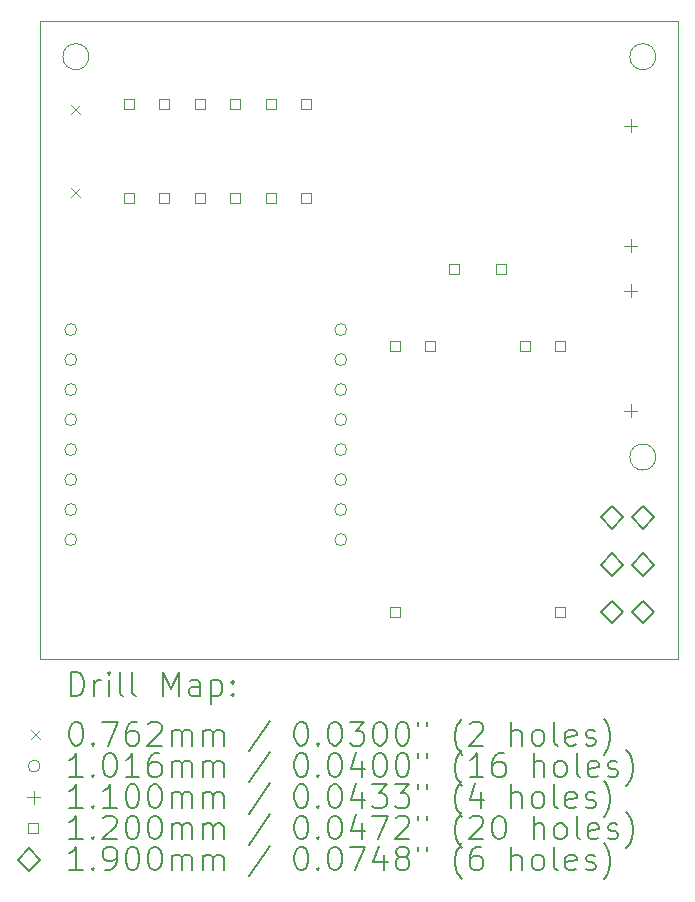
<source format=gbr>
%FSLAX45Y45*%
G04 Gerber Fmt 4.5, Leading zero omitted, Abs format (unit mm)*
G04 Created by KiCad (PCBNEW (6.0.0)) date 2022-01-19 17:05:03*
%MOMM*%
%LPD*%
G01*
G04 APERTURE LIST*
%TA.AperFunction,Profile*%
%ADD10C,0.050000*%
%TD*%
%ADD11C,0.200000*%
%ADD12C,0.076200*%
%ADD13C,0.101600*%
%ADD14C,0.110000*%
%ADD15C,0.120000*%
%ADD16C,0.190000*%
G04 APERTURE END LIST*
D10*
X18610000Y-13190000D02*
G75*
G03*
X18610000Y-13190000I-110000J0D01*
G01*
X13810000Y-9800000D02*
G75*
G03*
X13810000Y-9800000I-110000J0D01*
G01*
X18610000Y-9800000D02*
G75*
G03*
X18610000Y-9800000I-110000J0D01*
G01*
X18800000Y-9500000D02*
X18800000Y-14900000D01*
X13400000Y-9500000D02*
X18800000Y-9500000D01*
X13400000Y-14900000D02*
X13400000Y-9500000D01*
X18800000Y-14900000D02*
X13400000Y-14900000D01*
D11*
D12*
X13661900Y-10211900D02*
X13738100Y-10288100D01*
X13738100Y-10211900D02*
X13661900Y-10288100D01*
X13661900Y-10911900D02*
X13738100Y-10988100D01*
X13738100Y-10911900D02*
X13661900Y-10988100D01*
D13*
X13707800Y-12111000D02*
G75*
G03*
X13707800Y-12111000I-50800J0D01*
G01*
X13707800Y-12365000D02*
G75*
G03*
X13707800Y-12365000I-50800J0D01*
G01*
X13707800Y-12619000D02*
G75*
G03*
X13707800Y-12619000I-50800J0D01*
G01*
X13707800Y-12873000D02*
G75*
G03*
X13707800Y-12873000I-50800J0D01*
G01*
X13707800Y-13127000D02*
G75*
G03*
X13707800Y-13127000I-50800J0D01*
G01*
X13707800Y-13381000D02*
G75*
G03*
X13707800Y-13381000I-50800J0D01*
G01*
X13707800Y-13635000D02*
G75*
G03*
X13707800Y-13635000I-50800J0D01*
G01*
X13707800Y-13889000D02*
G75*
G03*
X13707800Y-13889000I-50800J0D01*
G01*
X15993800Y-12111000D02*
G75*
G03*
X15993800Y-12111000I-50800J0D01*
G01*
X15993800Y-12365000D02*
G75*
G03*
X15993800Y-12365000I-50800J0D01*
G01*
X15993800Y-12619000D02*
G75*
G03*
X15993800Y-12619000I-50800J0D01*
G01*
X15993800Y-12873000D02*
G75*
G03*
X15993800Y-12873000I-50800J0D01*
G01*
X15993800Y-13127000D02*
G75*
G03*
X15993800Y-13127000I-50800J0D01*
G01*
X15993800Y-13381000D02*
G75*
G03*
X15993800Y-13381000I-50800J0D01*
G01*
X15993800Y-13635000D02*
G75*
G03*
X15993800Y-13635000I-50800J0D01*
G01*
X15993800Y-13889000D02*
G75*
G03*
X15993800Y-13889000I-50800J0D01*
G01*
D14*
X18400000Y-10329000D02*
X18400000Y-10439000D01*
X18345000Y-10384000D02*
X18455000Y-10384000D01*
X18400000Y-11345000D02*
X18400000Y-11455000D01*
X18345000Y-11400000D02*
X18455000Y-11400000D01*
X18400000Y-11729000D02*
X18400000Y-11839000D01*
X18345000Y-11784000D02*
X18455000Y-11784000D01*
X18400000Y-12745000D02*
X18400000Y-12855000D01*
X18345000Y-12800000D02*
X18455000Y-12800000D01*
D15*
X14192427Y-10242427D02*
X14192427Y-10157573D01*
X14107573Y-10157573D01*
X14107573Y-10242427D01*
X14192427Y-10242427D01*
X14192427Y-11042427D02*
X14192427Y-10957573D01*
X14107573Y-10957573D01*
X14107573Y-11042427D01*
X14192427Y-11042427D01*
X14492427Y-10242427D02*
X14492427Y-10157573D01*
X14407573Y-10157573D01*
X14407573Y-10242427D01*
X14492427Y-10242427D01*
X14492427Y-11042427D02*
X14492427Y-10957573D01*
X14407573Y-10957573D01*
X14407573Y-11042427D01*
X14492427Y-11042427D01*
X14792427Y-10242427D02*
X14792427Y-10157573D01*
X14707573Y-10157573D01*
X14707573Y-10242427D01*
X14792427Y-10242427D01*
X14792427Y-11042427D02*
X14792427Y-10957573D01*
X14707573Y-10957573D01*
X14707573Y-11042427D01*
X14792427Y-11042427D01*
X15092427Y-10242427D02*
X15092427Y-10157573D01*
X15007573Y-10157573D01*
X15007573Y-10242427D01*
X15092427Y-10242427D01*
X15092427Y-11042427D02*
X15092427Y-10957573D01*
X15007573Y-10957573D01*
X15007573Y-11042427D01*
X15092427Y-11042427D01*
X15392427Y-10242427D02*
X15392427Y-10157573D01*
X15307573Y-10157573D01*
X15307573Y-10242427D01*
X15392427Y-10242427D01*
X15392427Y-11042427D02*
X15392427Y-10957573D01*
X15307573Y-10957573D01*
X15307573Y-11042427D01*
X15392427Y-11042427D01*
X15692427Y-10242427D02*
X15692427Y-10157573D01*
X15607573Y-10157573D01*
X15607573Y-10242427D01*
X15692427Y-10242427D01*
X15692427Y-11042427D02*
X15692427Y-10957573D01*
X15607573Y-10957573D01*
X15607573Y-11042427D01*
X15692427Y-11042427D01*
X16442427Y-12292427D02*
X16442427Y-12207573D01*
X16357573Y-12207573D01*
X16357573Y-12292427D01*
X16442427Y-12292427D01*
X16442427Y-14542427D02*
X16442427Y-14457573D01*
X16357573Y-14457573D01*
X16357573Y-14542427D01*
X16442427Y-14542427D01*
X16742427Y-12292427D02*
X16742427Y-12207573D01*
X16657573Y-12207573D01*
X16657573Y-12292427D01*
X16742427Y-12292427D01*
X16942427Y-11642427D02*
X16942427Y-11557573D01*
X16857573Y-11557573D01*
X16857573Y-11642427D01*
X16942427Y-11642427D01*
X17342427Y-11642427D02*
X17342427Y-11557573D01*
X17257573Y-11557573D01*
X17257573Y-11642427D01*
X17342427Y-11642427D01*
X17542427Y-12292427D02*
X17542427Y-12207573D01*
X17457573Y-12207573D01*
X17457573Y-12292427D01*
X17542427Y-12292427D01*
X17842427Y-12292427D02*
X17842427Y-12207573D01*
X17757573Y-12207573D01*
X17757573Y-12292427D01*
X17842427Y-12292427D01*
X17842427Y-14542427D02*
X17842427Y-14457573D01*
X17757573Y-14457573D01*
X17757573Y-14542427D01*
X17842427Y-14542427D01*
D16*
X18240000Y-13795000D02*
X18335000Y-13700000D01*
X18240000Y-13605000D01*
X18145000Y-13700000D01*
X18240000Y-13795000D01*
X18240000Y-14195000D02*
X18335000Y-14100000D01*
X18240000Y-14005000D01*
X18145000Y-14100000D01*
X18240000Y-14195000D01*
X18240000Y-14595000D02*
X18335000Y-14500000D01*
X18240000Y-14405000D01*
X18145000Y-14500000D01*
X18240000Y-14595000D01*
X18500000Y-13795000D02*
X18595000Y-13700000D01*
X18500000Y-13605000D01*
X18405000Y-13700000D01*
X18500000Y-13795000D01*
X18500000Y-14195000D02*
X18595000Y-14100000D01*
X18500000Y-14005000D01*
X18405000Y-14100000D01*
X18500000Y-14195000D01*
X18500000Y-14595000D02*
X18595000Y-14500000D01*
X18500000Y-14405000D01*
X18405000Y-14500000D01*
X18500000Y-14595000D01*
D11*
X13655119Y-15212976D02*
X13655119Y-15012976D01*
X13702738Y-15012976D01*
X13731309Y-15022500D01*
X13750357Y-15041548D01*
X13759881Y-15060595D01*
X13769405Y-15098690D01*
X13769405Y-15127262D01*
X13759881Y-15165357D01*
X13750357Y-15184405D01*
X13731309Y-15203452D01*
X13702738Y-15212976D01*
X13655119Y-15212976D01*
X13855119Y-15212976D02*
X13855119Y-15079643D01*
X13855119Y-15117738D02*
X13864643Y-15098690D01*
X13874167Y-15089167D01*
X13893214Y-15079643D01*
X13912262Y-15079643D01*
X13978928Y-15212976D02*
X13978928Y-15079643D01*
X13978928Y-15012976D02*
X13969405Y-15022500D01*
X13978928Y-15032024D01*
X13988452Y-15022500D01*
X13978928Y-15012976D01*
X13978928Y-15032024D01*
X14102738Y-15212976D02*
X14083690Y-15203452D01*
X14074167Y-15184405D01*
X14074167Y-15012976D01*
X14207500Y-15212976D02*
X14188452Y-15203452D01*
X14178928Y-15184405D01*
X14178928Y-15012976D01*
X14436071Y-15212976D02*
X14436071Y-15012976D01*
X14502738Y-15155833D01*
X14569405Y-15012976D01*
X14569405Y-15212976D01*
X14750357Y-15212976D02*
X14750357Y-15108214D01*
X14740833Y-15089167D01*
X14721786Y-15079643D01*
X14683690Y-15079643D01*
X14664643Y-15089167D01*
X14750357Y-15203452D02*
X14731309Y-15212976D01*
X14683690Y-15212976D01*
X14664643Y-15203452D01*
X14655119Y-15184405D01*
X14655119Y-15165357D01*
X14664643Y-15146309D01*
X14683690Y-15136786D01*
X14731309Y-15136786D01*
X14750357Y-15127262D01*
X14845595Y-15079643D02*
X14845595Y-15279643D01*
X14845595Y-15089167D02*
X14864643Y-15079643D01*
X14902738Y-15079643D01*
X14921786Y-15089167D01*
X14931309Y-15098690D01*
X14940833Y-15117738D01*
X14940833Y-15174881D01*
X14931309Y-15193928D01*
X14921786Y-15203452D01*
X14902738Y-15212976D01*
X14864643Y-15212976D01*
X14845595Y-15203452D01*
X15026548Y-15193928D02*
X15036071Y-15203452D01*
X15026548Y-15212976D01*
X15017024Y-15203452D01*
X15026548Y-15193928D01*
X15026548Y-15212976D01*
X15026548Y-15089167D02*
X15036071Y-15098690D01*
X15026548Y-15108214D01*
X15017024Y-15098690D01*
X15026548Y-15089167D01*
X15026548Y-15108214D01*
D12*
X13321300Y-15504400D02*
X13397500Y-15580600D01*
X13397500Y-15504400D02*
X13321300Y-15580600D01*
D11*
X13693214Y-15432976D02*
X13712262Y-15432976D01*
X13731309Y-15442500D01*
X13740833Y-15452024D01*
X13750357Y-15471071D01*
X13759881Y-15509167D01*
X13759881Y-15556786D01*
X13750357Y-15594881D01*
X13740833Y-15613928D01*
X13731309Y-15623452D01*
X13712262Y-15632976D01*
X13693214Y-15632976D01*
X13674167Y-15623452D01*
X13664643Y-15613928D01*
X13655119Y-15594881D01*
X13645595Y-15556786D01*
X13645595Y-15509167D01*
X13655119Y-15471071D01*
X13664643Y-15452024D01*
X13674167Y-15442500D01*
X13693214Y-15432976D01*
X13845595Y-15613928D02*
X13855119Y-15623452D01*
X13845595Y-15632976D01*
X13836071Y-15623452D01*
X13845595Y-15613928D01*
X13845595Y-15632976D01*
X13921786Y-15432976D02*
X14055119Y-15432976D01*
X13969405Y-15632976D01*
X14217024Y-15432976D02*
X14178928Y-15432976D01*
X14159881Y-15442500D01*
X14150357Y-15452024D01*
X14131309Y-15480595D01*
X14121786Y-15518690D01*
X14121786Y-15594881D01*
X14131309Y-15613928D01*
X14140833Y-15623452D01*
X14159881Y-15632976D01*
X14197976Y-15632976D01*
X14217024Y-15623452D01*
X14226548Y-15613928D01*
X14236071Y-15594881D01*
X14236071Y-15547262D01*
X14226548Y-15528214D01*
X14217024Y-15518690D01*
X14197976Y-15509167D01*
X14159881Y-15509167D01*
X14140833Y-15518690D01*
X14131309Y-15528214D01*
X14121786Y-15547262D01*
X14312262Y-15452024D02*
X14321786Y-15442500D01*
X14340833Y-15432976D01*
X14388452Y-15432976D01*
X14407500Y-15442500D01*
X14417024Y-15452024D01*
X14426548Y-15471071D01*
X14426548Y-15490119D01*
X14417024Y-15518690D01*
X14302738Y-15632976D01*
X14426548Y-15632976D01*
X14512262Y-15632976D02*
X14512262Y-15499643D01*
X14512262Y-15518690D02*
X14521786Y-15509167D01*
X14540833Y-15499643D01*
X14569405Y-15499643D01*
X14588452Y-15509167D01*
X14597976Y-15528214D01*
X14597976Y-15632976D01*
X14597976Y-15528214D02*
X14607500Y-15509167D01*
X14626548Y-15499643D01*
X14655119Y-15499643D01*
X14674167Y-15509167D01*
X14683690Y-15528214D01*
X14683690Y-15632976D01*
X14778928Y-15632976D02*
X14778928Y-15499643D01*
X14778928Y-15518690D02*
X14788452Y-15509167D01*
X14807500Y-15499643D01*
X14836071Y-15499643D01*
X14855119Y-15509167D01*
X14864643Y-15528214D01*
X14864643Y-15632976D01*
X14864643Y-15528214D02*
X14874167Y-15509167D01*
X14893214Y-15499643D01*
X14921786Y-15499643D01*
X14940833Y-15509167D01*
X14950357Y-15528214D01*
X14950357Y-15632976D01*
X15340833Y-15423452D02*
X15169405Y-15680595D01*
X15597976Y-15432976D02*
X15617024Y-15432976D01*
X15636071Y-15442500D01*
X15645595Y-15452024D01*
X15655119Y-15471071D01*
X15664643Y-15509167D01*
X15664643Y-15556786D01*
X15655119Y-15594881D01*
X15645595Y-15613928D01*
X15636071Y-15623452D01*
X15617024Y-15632976D01*
X15597976Y-15632976D01*
X15578928Y-15623452D01*
X15569405Y-15613928D01*
X15559881Y-15594881D01*
X15550357Y-15556786D01*
X15550357Y-15509167D01*
X15559881Y-15471071D01*
X15569405Y-15452024D01*
X15578928Y-15442500D01*
X15597976Y-15432976D01*
X15750357Y-15613928D02*
X15759881Y-15623452D01*
X15750357Y-15632976D01*
X15740833Y-15623452D01*
X15750357Y-15613928D01*
X15750357Y-15632976D01*
X15883690Y-15432976D02*
X15902738Y-15432976D01*
X15921786Y-15442500D01*
X15931309Y-15452024D01*
X15940833Y-15471071D01*
X15950357Y-15509167D01*
X15950357Y-15556786D01*
X15940833Y-15594881D01*
X15931309Y-15613928D01*
X15921786Y-15623452D01*
X15902738Y-15632976D01*
X15883690Y-15632976D01*
X15864643Y-15623452D01*
X15855119Y-15613928D01*
X15845595Y-15594881D01*
X15836071Y-15556786D01*
X15836071Y-15509167D01*
X15845595Y-15471071D01*
X15855119Y-15452024D01*
X15864643Y-15442500D01*
X15883690Y-15432976D01*
X16017024Y-15432976D02*
X16140833Y-15432976D01*
X16074167Y-15509167D01*
X16102738Y-15509167D01*
X16121786Y-15518690D01*
X16131309Y-15528214D01*
X16140833Y-15547262D01*
X16140833Y-15594881D01*
X16131309Y-15613928D01*
X16121786Y-15623452D01*
X16102738Y-15632976D01*
X16045595Y-15632976D01*
X16026548Y-15623452D01*
X16017024Y-15613928D01*
X16264643Y-15432976D02*
X16283690Y-15432976D01*
X16302738Y-15442500D01*
X16312262Y-15452024D01*
X16321786Y-15471071D01*
X16331309Y-15509167D01*
X16331309Y-15556786D01*
X16321786Y-15594881D01*
X16312262Y-15613928D01*
X16302738Y-15623452D01*
X16283690Y-15632976D01*
X16264643Y-15632976D01*
X16245595Y-15623452D01*
X16236071Y-15613928D01*
X16226548Y-15594881D01*
X16217024Y-15556786D01*
X16217024Y-15509167D01*
X16226548Y-15471071D01*
X16236071Y-15452024D01*
X16245595Y-15442500D01*
X16264643Y-15432976D01*
X16455119Y-15432976D02*
X16474167Y-15432976D01*
X16493214Y-15442500D01*
X16502738Y-15452024D01*
X16512262Y-15471071D01*
X16521786Y-15509167D01*
X16521786Y-15556786D01*
X16512262Y-15594881D01*
X16502738Y-15613928D01*
X16493214Y-15623452D01*
X16474167Y-15632976D01*
X16455119Y-15632976D01*
X16436071Y-15623452D01*
X16426548Y-15613928D01*
X16417024Y-15594881D01*
X16407500Y-15556786D01*
X16407500Y-15509167D01*
X16417024Y-15471071D01*
X16426548Y-15452024D01*
X16436071Y-15442500D01*
X16455119Y-15432976D01*
X16597976Y-15432976D02*
X16597976Y-15471071D01*
X16674167Y-15432976D02*
X16674167Y-15471071D01*
X16969405Y-15709167D02*
X16959881Y-15699643D01*
X16940833Y-15671071D01*
X16931310Y-15652024D01*
X16921786Y-15623452D01*
X16912262Y-15575833D01*
X16912262Y-15537738D01*
X16921786Y-15490119D01*
X16931310Y-15461548D01*
X16940833Y-15442500D01*
X16959881Y-15413928D01*
X16969405Y-15404405D01*
X17036071Y-15452024D02*
X17045595Y-15442500D01*
X17064643Y-15432976D01*
X17112262Y-15432976D01*
X17131310Y-15442500D01*
X17140833Y-15452024D01*
X17150357Y-15471071D01*
X17150357Y-15490119D01*
X17140833Y-15518690D01*
X17026548Y-15632976D01*
X17150357Y-15632976D01*
X17388452Y-15632976D02*
X17388452Y-15432976D01*
X17474167Y-15632976D02*
X17474167Y-15528214D01*
X17464643Y-15509167D01*
X17445595Y-15499643D01*
X17417024Y-15499643D01*
X17397976Y-15509167D01*
X17388452Y-15518690D01*
X17597976Y-15632976D02*
X17578929Y-15623452D01*
X17569405Y-15613928D01*
X17559881Y-15594881D01*
X17559881Y-15537738D01*
X17569405Y-15518690D01*
X17578929Y-15509167D01*
X17597976Y-15499643D01*
X17626548Y-15499643D01*
X17645595Y-15509167D01*
X17655119Y-15518690D01*
X17664643Y-15537738D01*
X17664643Y-15594881D01*
X17655119Y-15613928D01*
X17645595Y-15623452D01*
X17626548Y-15632976D01*
X17597976Y-15632976D01*
X17778929Y-15632976D02*
X17759881Y-15623452D01*
X17750357Y-15604405D01*
X17750357Y-15432976D01*
X17931310Y-15623452D02*
X17912262Y-15632976D01*
X17874167Y-15632976D01*
X17855119Y-15623452D01*
X17845595Y-15604405D01*
X17845595Y-15528214D01*
X17855119Y-15509167D01*
X17874167Y-15499643D01*
X17912262Y-15499643D01*
X17931310Y-15509167D01*
X17940833Y-15528214D01*
X17940833Y-15547262D01*
X17845595Y-15566309D01*
X18017024Y-15623452D02*
X18036071Y-15632976D01*
X18074167Y-15632976D01*
X18093214Y-15623452D01*
X18102738Y-15604405D01*
X18102738Y-15594881D01*
X18093214Y-15575833D01*
X18074167Y-15566309D01*
X18045595Y-15566309D01*
X18026548Y-15556786D01*
X18017024Y-15537738D01*
X18017024Y-15528214D01*
X18026548Y-15509167D01*
X18045595Y-15499643D01*
X18074167Y-15499643D01*
X18093214Y-15509167D01*
X18169405Y-15709167D02*
X18178929Y-15699643D01*
X18197976Y-15671071D01*
X18207500Y-15652024D01*
X18217024Y-15623452D01*
X18226548Y-15575833D01*
X18226548Y-15537738D01*
X18217024Y-15490119D01*
X18207500Y-15461548D01*
X18197976Y-15442500D01*
X18178929Y-15413928D01*
X18169405Y-15404405D01*
D13*
X13397500Y-15806500D02*
G75*
G03*
X13397500Y-15806500I-50800J0D01*
G01*
D11*
X13759881Y-15896976D02*
X13645595Y-15896976D01*
X13702738Y-15896976D02*
X13702738Y-15696976D01*
X13683690Y-15725548D01*
X13664643Y-15744595D01*
X13645595Y-15754119D01*
X13845595Y-15877928D02*
X13855119Y-15887452D01*
X13845595Y-15896976D01*
X13836071Y-15887452D01*
X13845595Y-15877928D01*
X13845595Y-15896976D01*
X13978928Y-15696976D02*
X13997976Y-15696976D01*
X14017024Y-15706500D01*
X14026548Y-15716024D01*
X14036071Y-15735071D01*
X14045595Y-15773167D01*
X14045595Y-15820786D01*
X14036071Y-15858881D01*
X14026548Y-15877928D01*
X14017024Y-15887452D01*
X13997976Y-15896976D01*
X13978928Y-15896976D01*
X13959881Y-15887452D01*
X13950357Y-15877928D01*
X13940833Y-15858881D01*
X13931309Y-15820786D01*
X13931309Y-15773167D01*
X13940833Y-15735071D01*
X13950357Y-15716024D01*
X13959881Y-15706500D01*
X13978928Y-15696976D01*
X14236071Y-15896976D02*
X14121786Y-15896976D01*
X14178928Y-15896976D02*
X14178928Y-15696976D01*
X14159881Y-15725548D01*
X14140833Y-15744595D01*
X14121786Y-15754119D01*
X14407500Y-15696976D02*
X14369405Y-15696976D01*
X14350357Y-15706500D01*
X14340833Y-15716024D01*
X14321786Y-15744595D01*
X14312262Y-15782690D01*
X14312262Y-15858881D01*
X14321786Y-15877928D01*
X14331309Y-15887452D01*
X14350357Y-15896976D01*
X14388452Y-15896976D01*
X14407500Y-15887452D01*
X14417024Y-15877928D01*
X14426548Y-15858881D01*
X14426548Y-15811262D01*
X14417024Y-15792214D01*
X14407500Y-15782690D01*
X14388452Y-15773167D01*
X14350357Y-15773167D01*
X14331309Y-15782690D01*
X14321786Y-15792214D01*
X14312262Y-15811262D01*
X14512262Y-15896976D02*
X14512262Y-15763643D01*
X14512262Y-15782690D02*
X14521786Y-15773167D01*
X14540833Y-15763643D01*
X14569405Y-15763643D01*
X14588452Y-15773167D01*
X14597976Y-15792214D01*
X14597976Y-15896976D01*
X14597976Y-15792214D02*
X14607500Y-15773167D01*
X14626548Y-15763643D01*
X14655119Y-15763643D01*
X14674167Y-15773167D01*
X14683690Y-15792214D01*
X14683690Y-15896976D01*
X14778928Y-15896976D02*
X14778928Y-15763643D01*
X14778928Y-15782690D02*
X14788452Y-15773167D01*
X14807500Y-15763643D01*
X14836071Y-15763643D01*
X14855119Y-15773167D01*
X14864643Y-15792214D01*
X14864643Y-15896976D01*
X14864643Y-15792214D02*
X14874167Y-15773167D01*
X14893214Y-15763643D01*
X14921786Y-15763643D01*
X14940833Y-15773167D01*
X14950357Y-15792214D01*
X14950357Y-15896976D01*
X15340833Y-15687452D02*
X15169405Y-15944595D01*
X15597976Y-15696976D02*
X15617024Y-15696976D01*
X15636071Y-15706500D01*
X15645595Y-15716024D01*
X15655119Y-15735071D01*
X15664643Y-15773167D01*
X15664643Y-15820786D01*
X15655119Y-15858881D01*
X15645595Y-15877928D01*
X15636071Y-15887452D01*
X15617024Y-15896976D01*
X15597976Y-15896976D01*
X15578928Y-15887452D01*
X15569405Y-15877928D01*
X15559881Y-15858881D01*
X15550357Y-15820786D01*
X15550357Y-15773167D01*
X15559881Y-15735071D01*
X15569405Y-15716024D01*
X15578928Y-15706500D01*
X15597976Y-15696976D01*
X15750357Y-15877928D02*
X15759881Y-15887452D01*
X15750357Y-15896976D01*
X15740833Y-15887452D01*
X15750357Y-15877928D01*
X15750357Y-15896976D01*
X15883690Y-15696976D02*
X15902738Y-15696976D01*
X15921786Y-15706500D01*
X15931309Y-15716024D01*
X15940833Y-15735071D01*
X15950357Y-15773167D01*
X15950357Y-15820786D01*
X15940833Y-15858881D01*
X15931309Y-15877928D01*
X15921786Y-15887452D01*
X15902738Y-15896976D01*
X15883690Y-15896976D01*
X15864643Y-15887452D01*
X15855119Y-15877928D01*
X15845595Y-15858881D01*
X15836071Y-15820786D01*
X15836071Y-15773167D01*
X15845595Y-15735071D01*
X15855119Y-15716024D01*
X15864643Y-15706500D01*
X15883690Y-15696976D01*
X16121786Y-15763643D02*
X16121786Y-15896976D01*
X16074167Y-15687452D02*
X16026548Y-15830309D01*
X16150357Y-15830309D01*
X16264643Y-15696976D02*
X16283690Y-15696976D01*
X16302738Y-15706500D01*
X16312262Y-15716024D01*
X16321786Y-15735071D01*
X16331309Y-15773167D01*
X16331309Y-15820786D01*
X16321786Y-15858881D01*
X16312262Y-15877928D01*
X16302738Y-15887452D01*
X16283690Y-15896976D01*
X16264643Y-15896976D01*
X16245595Y-15887452D01*
X16236071Y-15877928D01*
X16226548Y-15858881D01*
X16217024Y-15820786D01*
X16217024Y-15773167D01*
X16226548Y-15735071D01*
X16236071Y-15716024D01*
X16245595Y-15706500D01*
X16264643Y-15696976D01*
X16455119Y-15696976D02*
X16474167Y-15696976D01*
X16493214Y-15706500D01*
X16502738Y-15716024D01*
X16512262Y-15735071D01*
X16521786Y-15773167D01*
X16521786Y-15820786D01*
X16512262Y-15858881D01*
X16502738Y-15877928D01*
X16493214Y-15887452D01*
X16474167Y-15896976D01*
X16455119Y-15896976D01*
X16436071Y-15887452D01*
X16426548Y-15877928D01*
X16417024Y-15858881D01*
X16407500Y-15820786D01*
X16407500Y-15773167D01*
X16417024Y-15735071D01*
X16426548Y-15716024D01*
X16436071Y-15706500D01*
X16455119Y-15696976D01*
X16597976Y-15696976D02*
X16597976Y-15735071D01*
X16674167Y-15696976D02*
X16674167Y-15735071D01*
X16969405Y-15973167D02*
X16959881Y-15963643D01*
X16940833Y-15935071D01*
X16931310Y-15916024D01*
X16921786Y-15887452D01*
X16912262Y-15839833D01*
X16912262Y-15801738D01*
X16921786Y-15754119D01*
X16931310Y-15725548D01*
X16940833Y-15706500D01*
X16959881Y-15677928D01*
X16969405Y-15668405D01*
X17150357Y-15896976D02*
X17036071Y-15896976D01*
X17093214Y-15896976D02*
X17093214Y-15696976D01*
X17074167Y-15725548D01*
X17055119Y-15744595D01*
X17036071Y-15754119D01*
X17321786Y-15696976D02*
X17283690Y-15696976D01*
X17264643Y-15706500D01*
X17255119Y-15716024D01*
X17236071Y-15744595D01*
X17226548Y-15782690D01*
X17226548Y-15858881D01*
X17236071Y-15877928D01*
X17245595Y-15887452D01*
X17264643Y-15896976D01*
X17302738Y-15896976D01*
X17321786Y-15887452D01*
X17331310Y-15877928D01*
X17340833Y-15858881D01*
X17340833Y-15811262D01*
X17331310Y-15792214D01*
X17321786Y-15782690D01*
X17302738Y-15773167D01*
X17264643Y-15773167D01*
X17245595Y-15782690D01*
X17236071Y-15792214D01*
X17226548Y-15811262D01*
X17578929Y-15896976D02*
X17578929Y-15696976D01*
X17664643Y-15896976D02*
X17664643Y-15792214D01*
X17655119Y-15773167D01*
X17636071Y-15763643D01*
X17607500Y-15763643D01*
X17588452Y-15773167D01*
X17578929Y-15782690D01*
X17788452Y-15896976D02*
X17769405Y-15887452D01*
X17759881Y-15877928D01*
X17750357Y-15858881D01*
X17750357Y-15801738D01*
X17759881Y-15782690D01*
X17769405Y-15773167D01*
X17788452Y-15763643D01*
X17817024Y-15763643D01*
X17836071Y-15773167D01*
X17845595Y-15782690D01*
X17855119Y-15801738D01*
X17855119Y-15858881D01*
X17845595Y-15877928D01*
X17836071Y-15887452D01*
X17817024Y-15896976D01*
X17788452Y-15896976D01*
X17969405Y-15896976D02*
X17950357Y-15887452D01*
X17940833Y-15868405D01*
X17940833Y-15696976D01*
X18121786Y-15887452D02*
X18102738Y-15896976D01*
X18064643Y-15896976D01*
X18045595Y-15887452D01*
X18036071Y-15868405D01*
X18036071Y-15792214D01*
X18045595Y-15773167D01*
X18064643Y-15763643D01*
X18102738Y-15763643D01*
X18121786Y-15773167D01*
X18131310Y-15792214D01*
X18131310Y-15811262D01*
X18036071Y-15830309D01*
X18207500Y-15887452D02*
X18226548Y-15896976D01*
X18264643Y-15896976D01*
X18283690Y-15887452D01*
X18293214Y-15868405D01*
X18293214Y-15858881D01*
X18283690Y-15839833D01*
X18264643Y-15830309D01*
X18236071Y-15830309D01*
X18217024Y-15820786D01*
X18207500Y-15801738D01*
X18207500Y-15792214D01*
X18217024Y-15773167D01*
X18236071Y-15763643D01*
X18264643Y-15763643D01*
X18283690Y-15773167D01*
X18359881Y-15973167D02*
X18369405Y-15963643D01*
X18388452Y-15935071D01*
X18397976Y-15916024D01*
X18407500Y-15887452D01*
X18417024Y-15839833D01*
X18417024Y-15801738D01*
X18407500Y-15754119D01*
X18397976Y-15725548D01*
X18388452Y-15706500D01*
X18369405Y-15677928D01*
X18359881Y-15668405D01*
D14*
X13342500Y-16015500D02*
X13342500Y-16125500D01*
X13287500Y-16070500D02*
X13397500Y-16070500D01*
D11*
X13759881Y-16160976D02*
X13645595Y-16160976D01*
X13702738Y-16160976D02*
X13702738Y-15960976D01*
X13683690Y-15989548D01*
X13664643Y-16008595D01*
X13645595Y-16018119D01*
X13845595Y-16141928D02*
X13855119Y-16151452D01*
X13845595Y-16160976D01*
X13836071Y-16151452D01*
X13845595Y-16141928D01*
X13845595Y-16160976D01*
X14045595Y-16160976D02*
X13931309Y-16160976D01*
X13988452Y-16160976D02*
X13988452Y-15960976D01*
X13969405Y-15989548D01*
X13950357Y-16008595D01*
X13931309Y-16018119D01*
X14169405Y-15960976D02*
X14188452Y-15960976D01*
X14207500Y-15970500D01*
X14217024Y-15980024D01*
X14226548Y-15999071D01*
X14236071Y-16037167D01*
X14236071Y-16084786D01*
X14226548Y-16122881D01*
X14217024Y-16141928D01*
X14207500Y-16151452D01*
X14188452Y-16160976D01*
X14169405Y-16160976D01*
X14150357Y-16151452D01*
X14140833Y-16141928D01*
X14131309Y-16122881D01*
X14121786Y-16084786D01*
X14121786Y-16037167D01*
X14131309Y-15999071D01*
X14140833Y-15980024D01*
X14150357Y-15970500D01*
X14169405Y-15960976D01*
X14359881Y-15960976D02*
X14378928Y-15960976D01*
X14397976Y-15970500D01*
X14407500Y-15980024D01*
X14417024Y-15999071D01*
X14426548Y-16037167D01*
X14426548Y-16084786D01*
X14417024Y-16122881D01*
X14407500Y-16141928D01*
X14397976Y-16151452D01*
X14378928Y-16160976D01*
X14359881Y-16160976D01*
X14340833Y-16151452D01*
X14331309Y-16141928D01*
X14321786Y-16122881D01*
X14312262Y-16084786D01*
X14312262Y-16037167D01*
X14321786Y-15999071D01*
X14331309Y-15980024D01*
X14340833Y-15970500D01*
X14359881Y-15960976D01*
X14512262Y-16160976D02*
X14512262Y-16027643D01*
X14512262Y-16046690D02*
X14521786Y-16037167D01*
X14540833Y-16027643D01*
X14569405Y-16027643D01*
X14588452Y-16037167D01*
X14597976Y-16056214D01*
X14597976Y-16160976D01*
X14597976Y-16056214D02*
X14607500Y-16037167D01*
X14626548Y-16027643D01*
X14655119Y-16027643D01*
X14674167Y-16037167D01*
X14683690Y-16056214D01*
X14683690Y-16160976D01*
X14778928Y-16160976D02*
X14778928Y-16027643D01*
X14778928Y-16046690D02*
X14788452Y-16037167D01*
X14807500Y-16027643D01*
X14836071Y-16027643D01*
X14855119Y-16037167D01*
X14864643Y-16056214D01*
X14864643Y-16160976D01*
X14864643Y-16056214D02*
X14874167Y-16037167D01*
X14893214Y-16027643D01*
X14921786Y-16027643D01*
X14940833Y-16037167D01*
X14950357Y-16056214D01*
X14950357Y-16160976D01*
X15340833Y-15951452D02*
X15169405Y-16208595D01*
X15597976Y-15960976D02*
X15617024Y-15960976D01*
X15636071Y-15970500D01*
X15645595Y-15980024D01*
X15655119Y-15999071D01*
X15664643Y-16037167D01*
X15664643Y-16084786D01*
X15655119Y-16122881D01*
X15645595Y-16141928D01*
X15636071Y-16151452D01*
X15617024Y-16160976D01*
X15597976Y-16160976D01*
X15578928Y-16151452D01*
X15569405Y-16141928D01*
X15559881Y-16122881D01*
X15550357Y-16084786D01*
X15550357Y-16037167D01*
X15559881Y-15999071D01*
X15569405Y-15980024D01*
X15578928Y-15970500D01*
X15597976Y-15960976D01*
X15750357Y-16141928D02*
X15759881Y-16151452D01*
X15750357Y-16160976D01*
X15740833Y-16151452D01*
X15750357Y-16141928D01*
X15750357Y-16160976D01*
X15883690Y-15960976D02*
X15902738Y-15960976D01*
X15921786Y-15970500D01*
X15931309Y-15980024D01*
X15940833Y-15999071D01*
X15950357Y-16037167D01*
X15950357Y-16084786D01*
X15940833Y-16122881D01*
X15931309Y-16141928D01*
X15921786Y-16151452D01*
X15902738Y-16160976D01*
X15883690Y-16160976D01*
X15864643Y-16151452D01*
X15855119Y-16141928D01*
X15845595Y-16122881D01*
X15836071Y-16084786D01*
X15836071Y-16037167D01*
X15845595Y-15999071D01*
X15855119Y-15980024D01*
X15864643Y-15970500D01*
X15883690Y-15960976D01*
X16121786Y-16027643D02*
X16121786Y-16160976D01*
X16074167Y-15951452D02*
X16026548Y-16094309D01*
X16150357Y-16094309D01*
X16207500Y-15960976D02*
X16331309Y-15960976D01*
X16264643Y-16037167D01*
X16293214Y-16037167D01*
X16312262Y-16046690D01*
X16321786Y-16056214D01*
X16331309Y-16075262D01*
X16331309Y-16122881D01*
X16321786Y-16141928D01*
X16312262Y-16151452D01*
X16293214Y-16160976D01*
X16236071Y-16160976D01*
X16217024Y-16151452D01*
X16207500Y-16141928D01*
X16397976Y-15960976D02*
X16521786Y-15960976D01*
X16455119Y-16037167D01*
X16483690Y-16037167D01*
X16502738Y-16046690D01*
X16512262Y-16056214D01*
X16521786Y-16075262D01*
X16521786Y-16122881D01*
X16512262Y-16141928D01*
X16502738Y-16151452D01*
X16483690Y-16160976D01*
X16426548Y-16160976D01*
X16407500Y-16151452D01*
X16397976Y-16141928D01*
X16597976Y-15960976D02*
X16597976Y-15999071D01*
X16674167Y-15960976D02*
X16674167Y-15999071D01*
X16969405Y-16237167D02*
X16959881Y-16227643D01*
X16940833Y-16199071D01*
X16931310Y-16180024D01*
X16921786Y-16151452D01*
X16912262Y-16103833D01*
X16912262Y-16065738D01*
X16921786Y-16018119D01*
X16931310Y-15989548D01*
X16940833Y-15970500D01*
X16959881Y-15941928D01*
X16969405Y-15932405D01*
X17131310Y-16027643D02*
X17131310Y-16160976D01*
X17083690Y-15951452D02*
X17036071Y-16094309D01*
X17159881Y-16094309D01*
X17388452Y-16160976D02*
X17388452Y-15960976D01*
X17474167Y-16160976D02*
X17474167Y-16056214D01*
X17464643Y-16037167D01*
X17445595Y-16027643D01*
X17417024Y-16027643D01*
X17397976Y-16037167D01*
X17388452Y-16046690D01*
X17597976Y-16160976D02*
X17578929Y-16151452D01*
X17569405Y-16141928D01*
X17559881Y-16122881D01*
X17559881Y-16065738D01*
X17569405Y-16046690D01*
X17578929Y-16037167D01*
X17597976Y-16027643D01*
X17626548Y-16027643D01*
X17645595Y-16037167D01*
X17655119Y-16046690D01*
X17664643Y-16065738D01*
X17664643Y-16122881D01*
X17655119Y-16141928D01*
X17645595Y-16151452D01*
X17626548Y-16160976D01*
X17597976Y-16160976D01*
X17778929Y-16160976D02*
X17759881Y-16151452D01*
X17750357Y-16132405D01*
X17750357Y-15960976D01*
X17931310Y-16151452D02*
X17912262Y-16160976D01*
X17874167Y-16160976D01*
X17855119Y-16151452D01*
X17845595Y-16132405D01*
X17845595Y-16056214D01*
X17855119Y-16037167D01*
X17874167Y-16027643D01*
X17912262Y-16027643D01*
X17931310Y-16037167D01*
X17940833Y-16056214D01*
X17940833Y-16075262D01*
X17845595Y-16094309D01*
X18017024Y-16151452D02*
X18036071Y-16160976D01*
X18074167Y-16160976D01*
X18093214Y-16151452D01*
X18102738Y-16132405D01*
X18102738Y-16122881D01*
X18093214Y-16103833D01*
X18074167Y-16094309D01*
X18045595Y-16094309D01*
X18026548Y-16084786D01*
X18017024Y-16065738D01*
X18017024Y-16056214D01*
X18026548Y-16037167D01*
X18045595Y-16027643D01*
X18074167Y-16027643D01*
X18093214Y-16037167D01*
X18169405Y-16237167D02*
X18178929Y-16227643D01*
X18197976Y-16199071D01*
X18207500Y-16180024D01*
X18217024Y-16151452D01*
X18226548Y-16103833D01*
X18226548Y-16065738D01*
X18217024Y-16018119D01*
X18207500Y-15989548D01*
X18197976Y-15970500D01*
X18178929Y-15941928D01*
X18169405Y-15932405D01*
D15*
X13379927Y-16376927D02*
X13379927Y-16292073D01*
X13295073Y-16292073D01*
X13295073Y-16376927D01*
X13379927Y-16376927D01*
D11*
X13759881Y-16424976D02*
X13645595Y-16424976D01*
X13702738Y-16424976D02*
X13702738Y-16224976D01*
X13683690Y-16253548D01*
X13664643Y-16272595D01*
X13645595Y-16282119D01*
X13845595Y-16405928D02*
X13855119Y-16415452D01*
X13845595Y-16424976D01*
X13836071Y-16415452D01*
X13845595Y-16405928D01*
X13845595Y-16424976D01*
X13931309Y-16244024D02*
X13940833Y-16234500D01*
X13959881Y-16224976D01*
X14007500Y-16224976D01*
X14026548Y-16234500D01*
X14036071Y-16244024D01*
X14045595Y-16263071D01*
X14045595Y-16282119D01*
X14036071Y-16310690D01*
X13921786Y-16424976D01*
X14045595Y-16424976D01*
X14169405Y-16224976D02*
X14188452Y-16224976D01*
X14207500Y-16234500D01*
X14217024Y-16244024D01*
X14226548Y-16263071D01*
X14236071Y-16301167D01*
X14236071Y-16348786D01*
X14226548Y-16386881D01*
X14217024Y-16405928D01*
X14207500Y-16415452D01*
X14188452Y-16424976D01*
X14169405Y-16424976D01*
X14150357Y-16415452D01*
X14140833Y-16405928D01*
X14131309Y-16386881D01*
X14121786Y-16348786D01*
X14121786Y-16301167D01*
X14131309Y-16263071D01*
X14140833Y-16244024D01*
X14150357Y-16234500D01*
X14169405Y-16224976D01*
X14359881Y-16224976D02*
X14378928Y-16224976D01*
X14397976Y-16234500D01*
X14407500Y-16244024D01*
X14417024Y-16263071D01*
X14426548Y-16301167D01*
X14426548Y-16348786D01*
X14417024Y-16386881D01*
X14407500Y-16405928D01*
X14397976Y-16415452D01*
X14378928Y-16424976D01*
X14359881Y-16424976D01*
X14340833Y-16415452D01*
X14331309Y-16405928D01*
X14321786Y-16386881D01*
X14312262Y-16348786D01*
X14312262Y-16301167D01*
X14321786Y-16263071D01*
X14331309Y-16244024D01*
X14340833Y-16234500D01*
X14359881Y-16224976D01*
X14512262Y-16424976D02*
X14512262Y-16291643D01*
X14512262Y-16310690D02*
X14521786Y-16301167D01*
X14540833Y-16291643D01*
X14569405Y-16291643D01*
X14588452Y-16301167D01*
X14597976Y-16320214D01*
X14597976Y-16424976D01*
X14597976Y-16320214D02*
X14607500Y-16301167D01*
X14626548Y-16291643D01*
X14655119Y-16291643D01*
X14674167Y-16301167D01*
X14683690Y-16320214D01*
X14683690Y-16424976D01*
X14778928Y-16424976D02*
X14778928Y-16291643D01*
X14778928Y-16310690D02*
X14788452Y-16301167D01*
X14807500Y-16291643D01*
X14836071Y-16291643D01*
X14855119Y-16301167D01*
X14864643Y-16320214D01*
X14864643Y-16424976D01*
X14864643Y-16320214D02*
X14874167Y-16301167D01*
X14893214Y-16291643D01*
X14921786Y-16291643D01*
X14940833Y-16301167D01*
X14950357Y-16320214D01*
X14950357Y-16424976D01*
X15340833Y-16215452D02*
X15169405Y-16472595D01*
X15597976Y-16224976D02*
X15617024Y-16224976D01*
X15636071Y-16234500D01*
X15645595Y-16244024D01*
X15655119Y-16263071D01*
X15664643Y-16301167D01*
X15664643Y-16348786D01*
X15655119Y-16386881D01*
X15645595Y-16405928D01*
X15636071Y-16415452D01*
X15617024Y-16424976D01*
X15597976Y-16424976D01*
X15578928Y-16415452D01*
X15569405Y-16405928D01*
X15559881Y-16386881D01*
X15550357Y-16348786D01*
X15550357Y-16301167D01*
X15559881Y-16263071D01*
X15569405Y-16244024D01*
X15578928Y-16234500D01*
X15597976Y-16224976D01*
X15750357Y-16405928D02*
X15759881Y-16415452D01*
X15750357Y-16424976D01*
X15740833Y-16415452D01*
X15750357Y-16405928D01*
X15750357Y-16424976D01*
X15883690Y-16224976D02*
X15902738Y-16224976D01*
X15921786Y-16234500D01*
X15931309Y-16244024D01*
X15940833Y-16263071D01*
X15950357Y-16301167D01*
X15950357Y-16348786D01*
X15940833Y-16386881D01*
X15931309Y-16405928D01*
X15921786Y-16415452D01*
X15902738Y-16424976D01*
X15883690Y-16424976D01*
X15864643Y-16415452D01*
X15855119Y-16405928D01*
X15845595Y-16386881D01*
X15836071Y-16348786D01*
X15836071Y-16301167D01*
X15845595Y-16263071D01*
X15855119Y-16244024D01*
X15864643Y-16234500D01*
X15883690Y-16224976D01*
X16121786Y-16291643D02*
X16121786Y-16424976D01*
X16074167Y-16215452D02*
X16026548Y-16358309D01*
X16150357Y-16358309D01*
X16207500Y-16224976D02*
X16340833Y-16224976D01*
X16255119Y-16424976D01*
X16407500Y-16244024D02*
X16417024Y-16234500D01*
X16436071Y-16224976D01*
X16483690Y-16224976D01*
X16502738Y-16234500D01*
X16512262Y-16244024D01*
X16521786Y-16263071D01*
X16521786Y-16282119D01*
X16512262Y-16310690D01*
X16397976Y-16424976D01*
X16521786Y-16424976D01*
X16597976Y-16224976D02*
X16597976Y-16263071D01*
X16674167Y-16224976D02*
X16674167Y-16263071D01*
X16969405Y-16501167D02*
X16959881Y-16491643D01*
X16940833Y-16463071D01*
X16931310Y-16444024D01*
X16921786Y-16415452D01*
X16912262Y-16367833D01*
X16912262Y-16329738D01*
X16921786Y-16282119D01*
X16931310Y-16253548D01*
X16940833Y-16234500D01*
X16959881Y-16205928D01*
X16969405Y-16196405D01*
X17036071Y-16244024D02*
X17045595Y-16234500D01*
X17064643Y-16224976D01*
X17112262Y-16224976D01*
X17131310Y-16234500D01*
X17140833Y-16244024D01*
X17150357Y-16263071D01*
X17150357Y-16282119D01*
X17140833Y-16310690D01*
X17026548Y-16424976D01*
X17150357Y-16424976D01*
X17274167Y-16224976D02*
X17293214Y-16224976D01*
X17312262Y-16234500D01*
X17321786Y-16244024D01*
X17331310Y-16263071D01*
X17340833Y-16301167D01*
X17340833Y-16348786D01*
X17331310Y-16386881D01*
X17321786Y-16405928D01*
X17312262Y-16415452D01*
X17293214Y-16424976D01*
X17274167Y-16424976D01*
X17255119Y-16415452D01*
X17245595Y-16405928D01*
X17236071Y-16386881D01*
X17226548Y-16348786D01*
X17226548Y-16301167D01*
X17236071Y-16263071D01*
X17245595Y-16244024D01*
X17255119Y-16234500D01*
X17274167Y-16224976D01*
X17578929Y-16424976D02*
X17578929Y-16224976D01*
X17664643Y-16424976D02*
X17664643Y-16320214D01*
X17655119Y-16301167D01*
X17636071Y-16291643D01*
X17607500Y-16291643D01*
X17588452Y-16301167D01*
X17578929Y-16310690D01*
X17788452Y-16424976D02*
X17769405Y-16415452D01*
X17759881Y-16405928D01*
X17750357Y-16386881D01*
X17750357Y-16329738D01*
X17759881Y-16310690D01*
X17769405Y-16301167D01*
X17788452Y-16291643D01*
X17817024Y-16291643D01*
X17836071Y-16301167D01*
X17845595Y-16310690D01*
X17855119Y-16329738D01*
X17855119Y-16386881D01*
X17845595Y-16405928D01*
X17836071Y-16415452D01*
X17817024Y-16424976D01*
X17788452Y-16424976D01*
X17969405Y-16424976D02*
X17950357Y-16415452D01*
X17940833Y-16396405D01*
X17940833Y-16224976D01*
X18121786Y-16415452D02*
X18102738Y-16424976D01*
X18064643Y-16424976D01*
X18045595Y-16415452D01*
X18036071Y-16396405D01*
X18036071Y-16320214D01*
X18045595Y-16301167D01*
X18064643Y-16291643D01*
X18102738Y-16291643D01*
X18121786Y-16301167D01*
X18131310Y-16320214D01*
X18131310Y-16339262D01*
X18036071Y-16358309D01*
X18207500Y-16415452D02*
X18226548Y-16424976D01*
X18264643Y-16424976D01*
X18283690Y-16415452D01*
X18293214Y-16396405D01*
X18293214Y-16386881D01*
X18283690Y-16367833D01*
X18264643Y-16358309D01*
X18236071Y-16358309D01*
X18217024Y-16348786D01*
X18207500Y-16329738D01*
X18207500Y-16320214D01*
X18217024Y-16301167D01*
X18236071Y-16291643D01*
X18264643Y-16291643D01*
X18283690Y-16301167D01*
X18359881Y-16501167D02*
X18369405Y-16491643D01*
X18388452Y-16463071D01*
X18397976Y-16444024D01*
X18407500Y-16415452D01*
X18417024Y-16367833D01*
X18417024Y-16329738D01*
X18407500Y-16282119D01*
X18397976Y-16253548D01*
X18388452Y-16234500D01*
X18369405Y-16205928D01*
X18359881Y-16196405D01*
D16*
X13302500Y-16693500D02*
X13397500Y-16598500D01*
X13302500Y-16503500D01*
X13207500Y-16598500D01*
X13302500Y-16693500D01*
D11*
X13759881Y-16688976D02*
X13645595Y-16688976D01*
X13702738Y-16688976D02*
X13702738Y-16488976D01*
X13683690Y-16517548D01*
X13664643Y-16536595D01*
X13645595Y-16546119D01*
X13845595Y-16669928D02*
X13855119Y-16679452D01*
X13845595Y-16688976D01*
X13836071Y-16679452D01*
X13845595Y-16669928D01*
X13845595Y-16688976D01*
X13950357Y-16688976D02*
X13988452Y-16688976D01*
X14007500Y-16679452D01*
X14017024Y-16669928D01*
X14036071Y-16641357D01*
X14045595Y-16603262D01*
X14045595Y-16527071D01*
X14036071Y-16508024D01*
X14026548Y-16498500D01*
X14007500Y-16488976D01*
X13969405Y-16488976D01*
X13950357Y-16498500D01*
X13940833Y-16508024D01*
X13931309Y-16527071D01*
X13931309Y-16574690D01*
X13940833Y-16593738D01*
X13950357Y-16603262D01*
X13969405Y-16612786D01*
X14007500Y-16612786D01*
X14026548Y-16603262D01*
X14036071Y-16593738D01*
X14045595Y-16574690D01*
X14169405Y-16488976D02*
X14188452Y-16488976D01*
X14207500Y-16498500D01*
X14217024Y-16508024D01*
X14226548Y-16527071D01*
X14236071Y-16565167D01*
X14236071Y-16612786D01*
X14226548Y-16650881D01*
X14217024Y-16669928D01*
X14207500Y-16679452D01*
X14188452Y-16688976D01*
X14169405Y-16688976D01*
X14150357Y-16679452D01*
X14140833Y-16669928D01*
X14131309Y-16650881D01*
X14121786Y-16612786D01*
X14121786Y-16565167D01*
X14131309Y-16527071D01*
X14140833Y-16508024D01*
X14150357Y-16498500D01*
X14169405Y-16488976D01*
X14359881Y-16488976D02*
X14378928Y-16488976D01*
X14397976Y-16498500D01*
X14407500Y-16508024D01*
X14417024Y-16527071D01*
X14426548Y-16565167D01*
X14426548Y-16612786D01*
X14417024Y-16650881D01*
X14407500Y-16669928D01*
X14397976Y-16679452D01*
X14378928Y-16688976D01*
X14359881Y-16688976D01*
X14340833Y-16679452D01*
X14331309Y-16669928D01*
X14321786Y-16650881D01*
X14312262Y-16612786D01*
X14312262Y-16565167D01*
X14321786Y-16527071D01*
X14331309Y-16508024D01*
X14340833Y-16498500D01*
X14359881Y-16488976D01*
X14512262Y-16688976D02*
X14512262Y-16555643D01*
X14512262Y-16574690D02*
X14521786Y-16565167D01*
X14540833Y-16555643D01*
X14569405Y-16555643D01*
X14588452Y-16565167D01*
X14597976Y-16584214D01*
X14597976Y-16688976D01*
X14597976Y-16584214D02*
X14607500Y-16565167D01*
X14626548Y-16555643D01*
X14655119Y-16555643D01*
X14674167Y-16565167D01*
X14683690Y-16584214D01*
X14683690Y-16688976D01*
X14778928Y-16688976D02*
X14778928Y-16555643D01*
X14778928Y-16574690D02*
X14788452Y-16565167D01*
X14807500Y-16555643D01*
X14836071Y-16555643D01*
X14855119Y-16565167D01*
X14864643Y-16584214D01*
X14864643Y-16688976D01*
X14864643Y-16584214D02*
X14874167Y-16565167D01*
X14893214Y-16555643D01*
X14921786Y-16555643D01*
X14940833Y-16565167D01*
X14950357Y-16584214D01*
X14950357Y-16688976D01*
X15340833Y-16479452D02*
X15169405Y-16736595D01*
X15597976Y-16488976D02*
X15617024Y-16488976D01*
X15636071Y-16498500D01*
X15645595Y-16508024D01*
X15655119Y-16527071D01*
X15664643Y-16565167D01*
X15664643Y-16612786D01*
X15655119Y-16650881D01*
X15645595Y-16669928D01*
X15636071Y-16679452D01*
X15617024Y-16688976D01*
X15597976Y-16688976D01*
X15578928Y-16679452D01*
X15569405Y-16669928D01*
X15559881Y-16650881D01*
X15550357Y-16612786D01*
X15550357Y-16565167D01*
X15559881Y-16527071D01*
X15569405Y-16508024D01*
X15578928Y-16498500D01*
X15597976Y-16488976D01*
X15750357Y-16669928D02*
X15759881Y-16679452D01*
X15750357Y-16688976D01*
X15740833Y-16679452D01*
X15750357Y-16669928D01*
X15750357Y-16688976D01*
X15883690Y-16488976D02*
X15902738Y-16488976D01*
X15921786Y-16498500D01*
X15931309Y-16508024D01*
X15940833Y-16527071D01*
X15950357Y-16565167D01*
X15950357Y-16612786D01*
X15940833Y-16650881D01*
X15931309Y-16669928D01*
X15921786Y-16679452D01*
X15902738Y-16688976D01*
X15883690Y-16688976D01*
X15864643Y-16679452D01*
X15855119Y-16669928D01*
X15845595Y-16650881D01*
X15836071Y-16612786D01*
X15836071Y-16565167D01*
X15845595Y-16527071D01*
X15855119Y-16508024D01*
X15864643Y-16498500D01*
X15883690Y-16488976D01*
X16017024Y-16488976D02*
X16150357Y-16488976D01*
X16064643Y-16688976D01*
X16312262Y-16555643D02*
X16312262Y-16688976D01*
X16264643Y-16479452D02*
X16217024Y-16622309D01*
X16340833Y-16622309D01*
X16445595Y-16574690D02*
X16426548Y-16565167D01*
X16417024Y-16555643D01*
X16407500Y-16536595D01*
X16407500Y-16527071D01*
X16417024Y-16508024D01*
X16426548Y-16498500D01*
X16445595Y-16488976D01*
X16483690Y-16488976D01*
X16502738Y-16498500D01*
X16512262Y-16508024D01*
X16521786Y-16527071D01*
X16521786Y-16536595D01*
X16512262Y-16555643D01*
X16502738Y-16565167D01*
X16483690Y-16574690D01*
X16445595Y-16574690D01*
X16426548Y-16584214D01*
X16417024Y-16593738D01*
X16407500Y-16612786D01*
X16407500Y-16650881D01*
X16417024Y-16669928D01*
X16426548Y-16679452D01*
X16445595Y-16688976D01*
X16483690Y-16688976D01*
X16502738Y-16679452D01*
X16512262Y-16669928D01*
X16521786Y-16650881D01*
X16521786Y-16612786D01*
X16512262Y-16593738D01*
X16502738Y-16584214D01*
X16483690Y-16574690D01*
X16597976Y-16488976D02*
X16597976Y-16527071D01*
X16674167Y-16488976D02*
X16674167Y-16527071D01*
X16969405Y-16765167D02*
X16959881Y-16755643D01*
X16940833Y-16727071D01*
X16931310Y-16708024D01*
X16921786Y-16679452D01*
X16912262Y-16631833D01*
X16912262Y-16593738D01*
X16921786Y-16546119D01*
X16931310Y-16517548D01*
X16940833Y-16498500D01*
X16959881Y-16469928D01*
X16969405Y-16460405D01*
X17131310Y-16488976D02*
X17093214Y-16488976D01*
X17074167Y-16498500D01*
X17064643Y-16508024D01*
X17045595Y-16536595D01*
X17036071Y-16574690D01*
X17036071Y-16650881D01*
X17045595Y-16669928D01*
X17055119Y-16679452D01*
X17074167Y-16688976D01*
X17112262Y-16688976D01*
X17131310Y-16679452D01*
X17140833Y-16669928D01*
X17150357Y-16650881D01*
X17150357Y-16603262D01*
X17140833Y-16584214D01*
X17131310Y-16574690D01*
X17112262Y-16565167D01*
X17074167Y-16565167D01*
X17055119Y-16574690D01*
X17045595Y-16584214D01*
X17036071Y-16603262D01*
X17388452Y-16688976D02*
X17388452Y-16488976D01*
X17474167Y-16688976D02*
X17474167Y-16584214D01*
X17464643Y-16565167D01*
X17445595Y-16555643D01*
X17417024Y-16555643D01*
X17397976Y-16565167D01*
X17388452Y-16574690D01*
X17597976Y-16688976D02*
X17578929Y-16679452D01*
X17569405Y-16669928D01*
X17559881Y-16650881D01*
X17559881Y-16593738D01*
X17569405Y-16574690D01*
X17578929Y-16565167D01*
X17597976Y-16555643D01*
X17626548Y-16555643D01*
X17645595Y-16565167D01*
X17655119Y-16574690D01*
X17664643Y-16593738D01*
X17664643Y-16650881D01*
X17655119Y-16669928D01*
X17645595Y-16679452D01*
X17626548Y-16688976D01*
X17597976Y-16688976D01*
X17778929Y-16688976D02*
X17759881Y-16679452D01*
X17750357Y-16660405D01*
X17750357Y-16488976D01*
X17931310Y-16679452D02*
X17912262Y-16688976D01*
X17874167Y-16688976D01*
X17855119Y-16679452D01*
X17845595Y-16660405D01*
X17845595Y-16584214D01*
X17855119Y-16565167D01*
X17874167Y-16555643D01*
X17912262Y-16555643D01*
X17931310Y-16565167D01*
X17940833Y-16584214D01*
X17940833Y-16603262D01*
X17845595Y-16622309D01*
X18017024Y-16679452D02*
X18036071Y-16688976D01*
X18074167Y-16688976D01*
X18093214Y-16679452D01*
X18102738Y-16660405D01*
X18102738Y-16650881D01*
X18093214Y-16631833D01*
X18074167Y-16622309D01*
X18045595Y-16622309D01*
X18026548Y-16612786D01*
X18017024Y-16593738D01*
X18017024Y-16584214D01*
X18026548Y-16565167D01*
X18045595Y-16555643D01*
X18074167Y-16555643D01*
X18093214Y-16565167D01*
X18169405Y-16765167D02*
X18178929Y-16755643D01*
X18197976Y-16727071D01*
X18207500Y-16708024D01*
X18217024Y-16679452D01*
X18226548Y-16631833D01*
X18226548Y-16593738D01*
X18217024Y-16546119D01*
X18207500Y-16517548D01*
X18197976Y-16498500D01*
X18178929Y-16469928D01*
X18169405Y-16460405D01*
M02*

</source>
